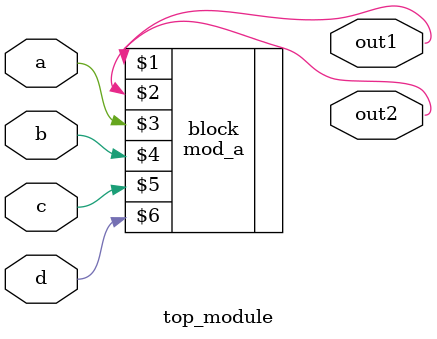
<source format=v>
module top_module (
    input a,
    input b,
    input c,
    input d,
    output out1,
    output out2
);
    mod_a block ( out1, out2, a, b, c, d );
endmodule

</source>
